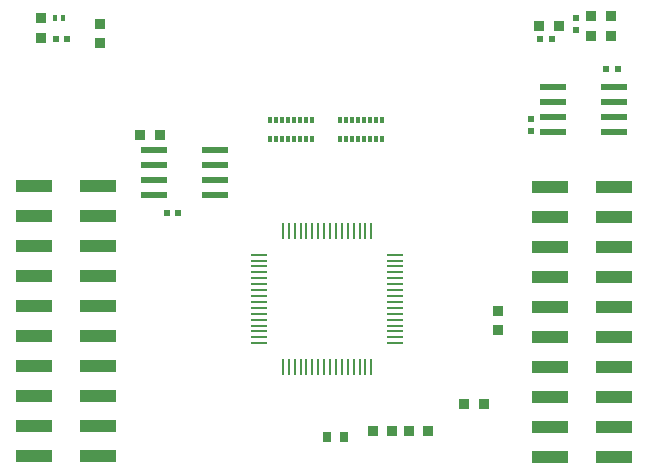
<source format=gtp>
G04*
G04 #@! TF.GenerationSoftware,Altium Limited,Altium Designer,19.0.10 (269)*
G04*
G04 Layer_Color=8421504*
%FSLAX25Y25*%
%MOIN*%
G70*
G01*
G75*
%ADD17R,0.03500X0.03500*%
%ADD18R,0.03500X0.03500*%
%ADD19R,0.03150X0.03347*%
%ADD20R,0.08700X0.02400*%
%ADD21R,0.01181X0.02362*%
%ADD22R,0.01575X0.02362*%
%ADD23R,0.01100X0.05300*%
%ADD24R,0.05300X0.01100*%
%ADD25R,0.02362X0.01968*%
%ADD26R,0.01968X0.02362*%
%ADD27R,0.12205X0.03937*%
D17*
X32969Y145750D02*
D03*
Y152250D02*
D03*
X196500Y154750D02*
D03*
Y148250D02*
D03*
X165500Y56506D02*
D03*
Y50006D02*
D03*
X203000Y154750D02*
D03*
Y148250D02*
D03*
X13000Y147500D02*
D03*
Y154000D02*
D03*
D18*
X185750Y151500D02*
D03*
X179250D02*
D03*
X130250Y16500D02*
D03*
X123750D02*
D03*
X154250Y25500D02*
D03*
X160750D02*
D03*
X135750Y16500D02*
D03*
X142250D02*
D03*
X52750Y115000D02*
D03*
X46250D02*
D03*
D19*
X108500Y14500D02*
D03*
X114248D02*
D03*
D20*
X183700Y116000D02*
D03*
Y121000D02*
D03*
Y126000D02*
D03*
Y131000D02*
D03*
X204300D02*
D03*
Y126000D02*
D03*
Y121000D02*
D03*
Y116000D02*
D03*
X71300Y95000D02*
D03*
Y100000D02*
D03*
Y105000D02*
D03*
Y110000D02*
D03*
X50700D02*
D03*
Y105000D02*
D03*
Y100000D02*
D03*
Y95000D02*
D03*
D21*
X126732Y113701D02*
D03*
X124764D02*
D03*
X122795D02*
D03*
X120827D02*
D03*
X118858D02*
D03*
X116890D02*
D03*
X114921D02*
D03*
X112953D02*
D03*
X126732Y120000D02*
D03*
X124764D02*
D03*
X122795D02*
D03*
X120827D02*
D03*
X118858D02*
D03*
X116890D02*
D03*
X114921D02*
D03*
X112953D02*
D03*
X103437Y113701D02*
D03*
X101469D02*
D03*
X99500D02*
D03*
X97532D02*
D03*
X95563D02*
D03*
X93594D02*
D03*
X91626D02*
D03*
X89657D02*
D03*
X103437Y120000D02*
D03*
X101469D02*
D03*
X99500D02*
D03*
X97532D02*
D03*
X95563D02*
D03*
X93594D02*
D03*
X91626D02*
D03*
X89657D02*
D03*
D22*
X17941Y154000D02*
D03*
X20500D02*
D03*
D23*
X123295Y83252D02*
D03*
X121327D02*
D03*
X119358D02*
D03*
X117390D02*
D03*
X115421D02*
D03*
X113453D02*
D03*
X111484D02*
D03*
X109516D02*
D03*
X107547D02*
D03*
X105579D02*
D03*
X103610D02*
D03*
X101642D02*
D03*
X99673D02*
D03*
X97705D02*
D03*
X95736D02*
D03*
X93768D02*
D03*
Y37752D02*
D03*
X95736D02*
D03*
X97705D02*
D03*
X99673D02*
D03*
X101642D02*
D03*
X103610D02*
D03*
X105579D02*
D03*
X107547D02*
D03*
X109516D02*
D03*
X111484D02*
D03*
X113453D02*
D03*
X115421D02*
D03*
X117390D02*
D03*
X119358D02*
D03*
X121327D02*
D03*
X123295D02*
D03*
D24*
X85782Y75265D02*
D03*
Y73297D02*
D03*
Y71328D02*
D03*
Y69360D02*
D03*
Y67391D02*
D03*
Y65423D02*
D03*
Y63454D02*
D03*
Y61486D02*
D03*
Y59517D02*
D03*
Y57549D02*
D03*
Y55580D02*
D03*
Y53612D02*
D03*
Y51643D02*
D03*
Y49675D02*
D03*
Y47706D02*
D03*
Y45738D02*
D03*
X131282D02*
D03*
Y47706D02*
D03*
Y49675D02*
D03*
Y51643D02*
D03*
Y53612D02*
D03*
Y55580D02*
D03*
Y57549D02*
D03*
Y59517D02*
D03*
Y61486D02*
D03*
Y63454D02*
D03*
Y65423D02*
D03*
Y67391D02*
D03*
Y69360D02*
D03*
Y71328D02*
D03*
Y73297D02*
D03*
Y75265D02*
D03*
D25*
X205469Y137000D02*
D03*
X201532D02*
D03*
X179532Y147250D02*
D03*
X183468D02*
D03*
X58969Y89000D02*
D03*
X55032D02*
D03*
X18031Y147000D02*
D03*
X21969D02*
D03*
D26*
X176500Y120468D02*
D03*
Y116532D02*
D03*
X191500Y150063D02*
D03*
Y154000D02*
D03*
D27*
X32000Y8000D02*
D03*
Y18000D02*
D03*
X10740Y8000D02*
D03*
Y18000D02*
D03*
X32000Y28000D02*
D03*
X10740D02*
D03*
X32000Y38000D02*
D03*
X10740D02*
D03*
X32000Y58000D02*
D03*
X10740D02*
D03*
X32000Y68000D02*
D03*
X10740D02*
D03*
Y98000D02*
D03*
X32000D02*
D03*
X10740Y88000D02*
D03*
X32000D02*
D03*
X10740Y78000D02*
D03*
X32000D02*
D03*
X10740Y48000D02*
D03*
X32000D02*
D03*
X204000Y7891D02*
D03*
Y17891D02*
D03*
X182740Y7891D02*
D03*
Y17891D02*
D03*
X204000Y27891D02*
D03*
X182740D02*
D03*
X204000Y37891D02*
D03*
X182740D02*
D03*
X204000Y57891D02*
D03*
X182740D02*
D03*
X204000Y67891D02*
D03*
X182740D02*
D03*
Y97891D02*
D03*
X204000D02*
D03*
X182740Y87891D02*
D03*
X204000D02*
D03*
X182740Y77891D02*
D03*
X204000D02*
D03*
X182740Y47891D02*
D03*
X204000D02*
D03*
M02*

</source>
